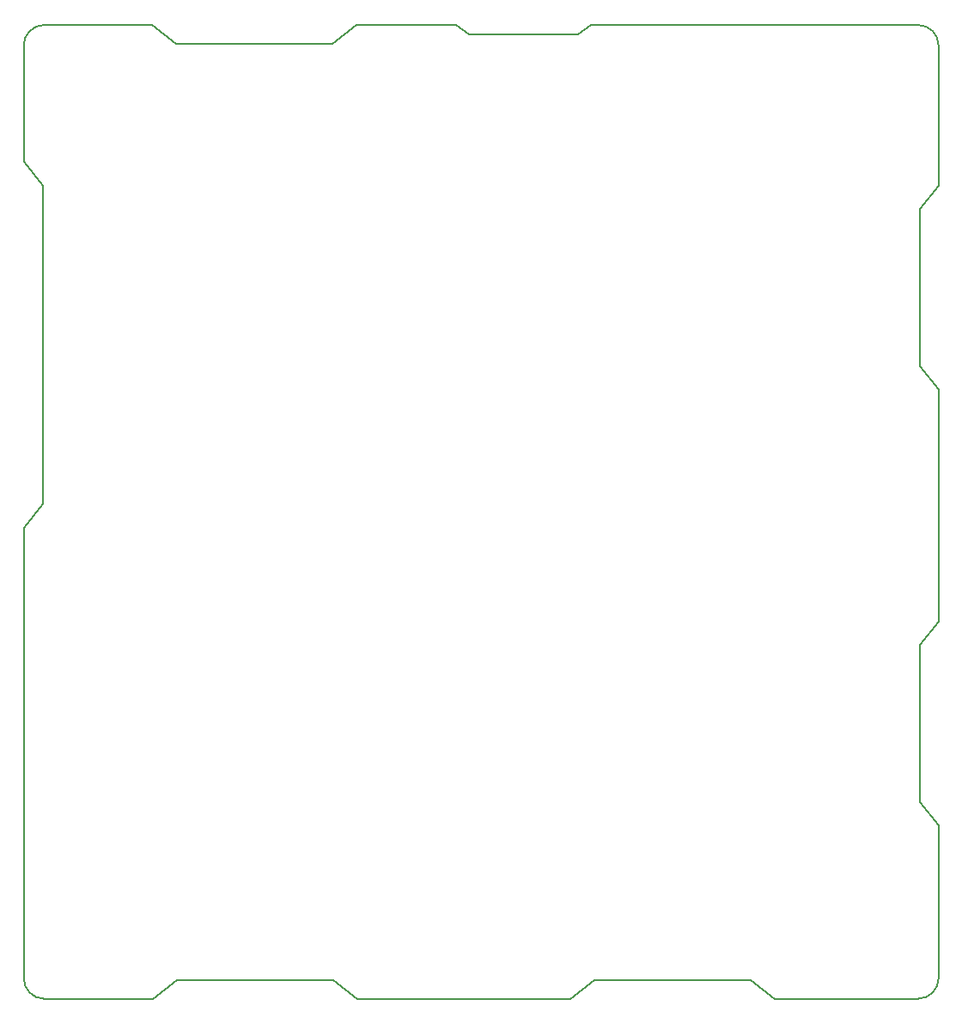
<source format=gm1>
%TF.GenerationSoftware,KiCad,Pcbnew,(6.0.5)*%
%TF.CreationDate,2022-07-09T20:18:52-07:00*%
%TF.ProjectId,mainboard,6d61696e-626f-4617-9264-2e6b69636164,rev?*%
%TF.SameCoordinates,Original*%
%TF.FileFunction,Profile,NP*%
%FSLAX46Y46*%
G04 Gerber Fmt 4.6, Leading zero omitted, Abs format (unit mm)*
G04 Created by KiCad (PCBNEW (6.0.5)) date 2022-07-09 20:18:52*
%MOMM*%
%LPD*%
G01*
G04 APERTURE LIST*
%TA.AperFunction,Profile*%
%ADD10C,0.150000*%
%TD*%
G04 APERTURE END LIST*
D10*
X100336100Y-52489100D02*
G75*
G03*
X98336100Y-54489100I0J-2000000D01*
G01*
X98336100Y-146374100D02*
G75*
G03*
X100336100Y-148374100I2000000J0D01*
G01*
X186506100Y-148374100D02*
G75*
G03*
X188506100Y-146374100I0J2000000D01*
G01*
X154276100Y-52499096D02*
X153006100Y-53388096D01*
X142211100Y-53388096D02*
X140931103Y-52489100D01*
X111001600Y-52490200D02*
X100336100Y-52489100D01*
X188506100Y-54489100D02*
G75*
G03*
X186506100Y-52489100I-2000000J0D01*
G01*
X186506100Y-52489100D02*
X154276100Y-52499096D01*
X98340200Y-102008400D02*
X98336100Y-146374100D01*
X153006100Y-53388096D02*
X142211100Y-53388096D01*
X128879600Y-146507200D02*
X113436400Y-146507200D01*
X128879600Y-146507200D02*
X131216400Y-148386800D01*
X113436400Y-146507200D02*
X111099600Y-148386800D01*
X188506100Y-54489100D02*
X188518800Y-68275200D01*
X188518800Y-88392000D02*
X188518800Y-111201200D01*
X188518800Y-131318000D02*
X188506100Y-146374100D01*
X186506100Y-148374100D02*
X172383700Y-148374100D01*
X111099600Y-148386800D02*
X100336100Y-148374100D01*
X131216400Y-148386800D02*
X152247600Y-148386800D01*
X100219800Y-99671600D02*
X100230000Y-68320000D01*
X113338400Y-54369800D02*
X128781600Y-54369800D01*
X170027600Y-146507200D02*
X154584400Y-146507200D01*
X98336100Y-54489100D02*
X98330200Y-65983200D01*
X140931103Y-52489100D02*
X131118400Y-52470000D01*
X186639200Y-113538000D02*
X188518800Y-111201200D01*
X100230000Y-68320000D02*
X98330200Y-65983200D01*
X128781600Y-54369800D02*
X131118400Y-52470000D01*
X186639200Y-128981200D02*
X188518800Y-131318000D01*
X186639200Y-70612000D02*
X188518800Y-68275200D01*
X100219800Y-99671600D02*
X98340200Y-102008400D01*
X113338400Y-54369800D02*
X111001600Y-52490200D01*
X186639200Y-70612000D02*
X186639200Y-86055200D01*
X170027600Y-146507200D02*
X172383700Y-148374100D01*
X154584400Y-146507200D02*
X152247600Y-148386800D01*
X186639200Y-113538000D02*
X186639200Y-128981200D01*
X186639200Y-86055200D02*
X188518800Y-88392000D01*
M02*

</source>
